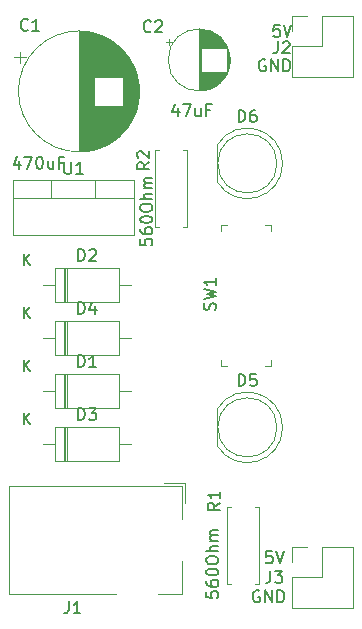
<source format=gto>
%TF.GenerationSoftware,KiCad,Pcbnew,(5.1.12)-1*%
%TF.CreationDate,2022-01-26T00:14:16-03:00*%
%TF.ProjectId,BPS,4250532e-6b69-4636-9164-5f7063625858,3*%
%TF.SameCoordinates,Original*%
%TF.FileFunction,Legend,Top*%
%TF.FilePolarity,Positive*%
%FSLAX46Y46*%
G04 Gerber Fmt 4.6, Leading zero omitted, Abs format (unit mm)*
G04 Created by KiCad (PCBNEW (5.1.12)-1) date 2022-01-26 00:14:16*
%MOMM*%
%LPD*%
G01*
G04 APERTURE LIST*
%ADD10C,0.150000*%
%ADD11C,0.120000*%
%ADD12C,0.100000*%
G04 APERTURE END LIST*
D10*
X130770380Y-151328142D02*
X130770380Y-151804333D01*
X131246571Y-151851952D01*
X131198952Y-151804333D01*
X131151333Y-151709095D01*
X131151333Y-151471000D01*
X131198952Y-151375761D01*
X131246571Y-151328142D01*
X131341809Y-151280523D01*
X131579904Y-151280523D01*
X131675142Y-151328142D01*
X131722761Y-151375761D01*
X131770380Y-151471000D01*
X131770380Y-151709095D01*
X131722761Y-151804333D01*
X131675142Y-151851952D01*
X130770380Y-150423380D02*
X130770380Y-150613857D01*
X130818000Y-150709095D01*
X130865619Y-150756714D01*
X131008476Y-150851952D01*
X131198952Y-150899571D01*
X131579904Y-150899571D01*
X131675142Y-150851952D01*
X131722761Y-150804333D01*
X131770380Y-150709095D01*
X131770380Y-150518619D01*
X131722761Y-150423380D01*
X131675142Y-150375761D01*
X131579904Y-150328142D01*
X131341809Y-150328142D01*
X131246571Y-150375761D01*
X131198952Y-150423380D01*
X131151333Y-150518619D01*
X131151333Y-150709095D01*
X131198952Y-150804333D01*
X131246571Y-150851952D01*
X131341809Y-150899571D01*
X130770380Y-149709095D02*
X130770380Y-149613857D01*
X130818000Y-149518619D01*
X130865619Y-149471000D01*
X130960857Y-149423380D01*
X131151333Y-149375761D01*
X131389428Y-149375761D01*
X131579904Y-149423380D01*
X131675142Y-149471000D01*
X131722761Y-149518619D01*
X131770380Y-149613857D01*
X131770380Y-149709095D01*
X131722761Y-149804333D01*
X131675142Y-149851952D01*
X131579904Y-149899571D01*
X131389428Y-149947190D01*
X131151333Y-149947190D01*
X130960857Y-149899571D01*
X130865619Y-149851952D01*
X130818000Y-149804333D01*
X130770380Y-149709095D01*
X130770380Y-148756714D02*
X130770380Y-148566238D01*
X130818000Y-148471000D01*
X130913238Y-148375761D01*
X131103714Y-148328142D01*
X131437047Y-148328142D01*
X131627523Y-148375761D01*
X131722761Y-148471000D01*
X131770380Y-148566238D01*
X131770380Y-148756714D01*
X131722761Y-148851952D01*
X131627523Y-148947190D01*
X131437047Y-148994809D01*
X131103714Y-148994809D01*
X130913238Y-148947190D01*
X130818000Y-148851952D01*
X130770380Y-148756714D01*
X131770380Y-147899571D02*
X130770380Y-147899571D01*
X131770380Y-147471000D02*
X131246571Y-147471000D01*
X131151333Y-147518619D01*
X131103714Y-147613857D01*
X131103714Y-147756714D01*
X131151333Y-147851952D01*
X131198952Y-147899571D01*
X131770380Y-146994809D02*
X131103714Y-146994809D01*
X131198952Y-146994809D02*
X131151333Y-146947190D01*
X131103714Y-146851952D01*
X131103714Y-146709095D01*
X131151333Y-146613857D01*
X131246571Y-146566238D01*
X131770380Y-146566238D01*
X131246571Y-146566238D02*
X131151333Y-146518619D01*
X131103714Y-146423380D01*
X131103714Y-146280523D01*
X131151333Y-146185285D01*
X131246571Y-146137666D01*
X131770380Y-146137666D01*
X125182380Y-121483142D02*
X125182380Y-121959333D01*
X125658571Y-122006952D01*
X125610952Y-121959333D01*
X125563333Y-121864095D01*
X125563333Y-121626000D01*
X125610952Y-121530761D01*
X125658571Y-121483142D01*
X125753809Y-121435523D01*
X125991904Y-121435523D01*
X126087142Y-121483142D01*
X126134761Y-121530761D01*
X126182380Y-121626000D01*
X126182380Y-121864095D01*
X126134761Y-121959333D01*
X126087142Y-122006952D01*
X125182380Y-120578380D02*
X125182380Y-120768857D01*
X125230000Y-120864095D01*
X125277619Y-120911714D01*
X125420476Y-121006952D01*
X125610952Y-121054571D01*
X125991904Y-121054571D01*
X126087142Y-121006952D01*
X126134761Y-120959333D01*
X126182380Y-120864095D01*
X126182380Y-120673619D01*
X126134761Y-120578380D01*
X126087142Y-120530761D01*
X125991904Y-120483142D01*
X125753809Y-120483142D01*
X125658571Y-120530761D01*
X125610952Y-120578380D01*
X125563333Y-120673619D01*
X125563333Y-120864095D01*
X125610952Y-120959333D01*
X125658571Y-121006952D01*
X125753809Y-121054571D01*
X125182380Y-119864095D02*
X125182380Y-119768857D01*
X125230000Y-119673619D01*
X125277619Y-119626000D01*
X125372857Y-119578380D01*
X125563333Y-119530761D01*
X125801428Y-119530761D01*
X125991904Y-119578380D01*
X126087142Y-119626000D01*
X126134761Y-119673619D01*
X126182380Y-119768857D01*
X126182380Y-119864095D01*
X126134761Y-119959333D01*
X126087142Y-120006952D01*
X125991904Y-120054571D01*
X125801428Y-120102190D01*
X125563333Y-120102190D01*
X125372857Y-120054571D01*
X125277619Y-120006952D01*
X125230000Y-119959333D01*
X125182380Y-119864095D01*
X125182380Y-118911714D02*
X125182380Y-118721238D01*
X125230000Y-118626000D01*
X125325238Y-118530761D01*
X125515714Y-118483142D01*
X125849047Y-118483142D01*
X126039523Y-118530761D01*
X126134761Y-118626000D01*
X126182380Y-118721238D01*
X126182380Y-118911714D01*
X126134761Y-119006952D01*
X126039523Y-119102190D01*
X125849047Y-119149809D01*
X125515714Y-119149809D01*
X125325238Y-119102190D01*
X125230000Y-119006952D01*
X125182380Y-118911714D01*
X126182380Y-118054571D02*
X125182380Y-118054571D01*
X126182380Y-117626000D02*
X125658571Y-117626000D01*
X125563333Y-117673619D01*
X125515714Y-117768857D01*
X125515714Y-117911714D01*
X125563333Y-118006952D01*
X125610952Y-118054571D01*
X126182380Y-117149809D02*
X125515714Y-117149809D01*
X125610952Y-117149809D02*
X125563333Y-117102190D01*
X125515714Y-117006952D01*
X125515714Y-116864095D01*
X125563333Y-116768857D01*
X125658571Y-116721238D01*
X126182380Y-116721238D01*
X125658571Y-116721238D02*
X125563333Y-116673619D01*
X125515714Y-116578380D01*
X125515714Y-116435523D01*
X125563333Y-116340285D01*
X125658571Y-116292666D01*
X126182380Y-116292666D01*
X128373333Y-110402714D02*
X128373333Y-111069380D01*
X128135238Y-110021761D02*
X127897142Y-110736047D01*
X128516190Y-110736047D01*
X128801904Y-110069380D02*
X129468571Y-110069380D01*
X129040000Y-111069380D01*
X130278095Y-110402714D02*
X130278095Y-111069380D01*
X129849523Y-110402714D02*
X129849523Y-110926523D01*
X129897142Y-111021761D01*
X129992380Y-111069380D01*
X130135238Y-111069380D01*
X130230476Y-111021761D01*
X130278095Y-110974142D01*
X131087619Y-110545571D02*
X130754285Y-110545571D01*
X130754285Y-111069380D02*
X130754285Y-110069380D01*
X131230476Y-110069380D01*
X114943142Y-114847714D02*
X114943142Y-115514380D01*
X114705047Y-114466761D02*
X114466952Y-115181047D01*
X115086000Y-115181047D01*
X115371714Y-114514380D02*
X116038380Y-114514380D01*
X115609809Y-115514380D01*
X116609809Y-114514380D02*
X116705047Y-114514380D01*
X116800285Y-114562000D01*
X116847904Y-114609619D01*
X116895523Y-114704857D01*
X116943142Y-114895333D01*
X116943142Y-115133428D01*
X116895523Y-115323904D01*
X116847904Y-115419142D01*
X116800285Y-115466761D01*
X116705047Y-115514380D01*
X116609809Y-115514380D01*
X116514571Y-115466761D01*
X116466952Y-115419142D01*
X116419333Y-115323904D01*
X116371714Y-115133428D01*
X116371714Y-114895333D01*
X116419333Y-114704857D01*
X116466952Y-114609619D01*
X116514571Y-114562000D01*
X116609809Y-114514380D01*
X117800285Y-114847714D02*
X117800285Y-115514380D01*
X117371714Y-114847714D02*
X117371714Y-115371523D01*
X117419333Y-115466761D01*
X117514571Y-115514380D01*
X117657428Y-115514380D01*
X117752666Y-115466761D01*
X117800285Y-115419142D01*
X118609809Y-114990571D02*
X118276476Y-114990571D01*
X118276476Y-115514380D02*
X118276476Y-114514380D01*
X118752666Y-114514380D01*
X135255095Y-151265000D02*
X135159857Y-151217380D01*
X135017000Y-151217380D01*
X134874142Y-151265000D01*
X134778904Y-151360238D01*
X134731285Y-151455476D01*
X134683666Y-151645952D01*
X134683666Y-151788809D01*
X134731285Y-151979285D01*
X134778904Y-152074523D01*
X134874142Y-152169761D01*
X135017000Y-152217380D01*
X135112238Y-152217380D01*
X135255095Y-152169761D01*
X135302714Y-152122142D01*
X135302714Y-151788809D01*
X135112238Y-151788809D01*
X135731285Y-152217380D02*
X135731285Y-151217380D01*
X136302714Y-152217380D01*
X136302714Y-151217380D01*
X136778904Y-152217380D02*
X136778904Y-151217380D01*
X137017000Y-151217380D01*
X137159857Y-151265000D01*
X137255095Y-151360238D01*
X137302714Y-151455476D01*
X137350333Y-151645952D01*
X137350333Y-151788809D01*
X137302714Y-151979285D01*
X137255095Y-152074523D01*
X137159857Y-152169761D01*
X137017000Y-152217380D01*
X136778904Y-152217380D01*
X135763095Y-106307000D02*
X135667857Y-106259380D01*
X135525000Y-106259380D01*
X135382142Y-106307000D01*
X135286904Y-106402238D01*
X135239285Y-106497476D01*
X135191666Y-106687952D01*
X135191666Y-106830809D01*
X135239285Y-107021285D01*
X135286904Y-107116523D01*
X135382142Y-107211761D01*
X135525000Y-107259380D01*
X135620238Y-107259380D01*
X135763095Y-107211761D01*
X135810714Y-107164142D01*
X135810714Y-106830809D01*
X135620238Y-106830809D01*
X136239285Y-107259380D02*
X136239285Y-106259380D01*
X136810714Y-107259380D01*
X136810714Y-106259380D01*
X137286904Y-107259380D02*
X137286904Y-106259380D01*
X137525000Y-106259380D01*
X137667857Y-106307000D01*
X137763095Y-106402238D01*
X137810714Y-106497476D01*
X137858333Y-106687952D01*
X137858333Y-106830809D01*
X137810714Y-107021285D01*
X137763095Y-107116523D01*
X137667857Y-107211761D01*
X137525000Y-107259380D01*
X137286904Y-107259380D01*
X136969523Y-103338380D02*
X136493333Y-103338380D01*
X136445714Y-103814571D01*
X136493333Y-103766952D01*
X136588571Y-103719333D01*
X136826666Y-103719333D01*
X136921904Y-103766952D01*
X136969523Y-103814571D01*
X137017142Y-103909809D01*
X137017142Y-104147904D01*
X136969523Y-104243142D01*
X136921904Y-104290761D01*
X136826666Y-104338380D01*
X136588571Y-104338380D01*
X136493333Y-104290761D01*
X136445714Y-104243142D01*
X137302857Y-103338380D02*
X137636190Y-104338380D01*
X137969523Y-103338380D01*
X136334523Y-147915380D02*
X135858333Y-147915380D01*
X135810714Y-148391571D01*
X135858333Y-148343952D01*
X135953571Y-148296333D01*
X136191666Y-148296333D01*
X136286904Y-148343952D01*
X136334523Y-148391571D01*
X136382142Y-148486809D01*
X136382142Y-148724904D01*
X136334523Y-148820142D01*
X136286904Y-148867761D01*
X136191666Y-148915380D01*
X135953571Y-148915380D01*
X135858333Y-148867761D01*
X135810714Y-148820142D01*
X136667857Y-147915380D02*
X137001190Y-148915380D01*
X137334523Y-147915380D01*
D11*
%TO.C,C1*%
X125095000Y-108966000D02*
G75*
G03*
X125095000Y-108966000I-5120000J0D01*
G01*
X119975000Y-103886000D02*
X119975000Y-114046000D01*
X120015000Y-103886000D02*
X120015000Y-114046000D01*
X120055000Y-103886000D02*
X120055000Y-114046000D01*
X120095000Y-103887000D02*
X120095000Y-114045000D01*
X120135000Y-103888000D02*
X120135000Y-114044000D01*
X120175000Y-103889000D02*
X120175000Y-114043000D01*
X120215000Y-103891000D02*
X120215000Y-114041000D01*
X120255000Y-103893000D02*
X120255000Y-114039000D01*
X120295000Y-103896000D02*
X120295000Y-114036000D01*
X120335000Y-103898000D02*
X120335000Y-114034000D01*
X120375000Y-103901000D02*
X120375000Y-114031000D01*
X120415000Y-103904000D02*
X120415000Y-114028000D01*
X120455000Y-103908000D02*
X120455000Y-114024000D01*
X120495000Y-103912000D02*
X120495000Y-114020000D01*
X120535000Y-103916000D02*
X120535000Y-114016000D01*
X120575000Y-103921000D02*
X120575000Y-114011000D01*
X120615000Y-103926000D02*
X120615000Y-114006000D01*
X120655000Y-103931000D02*
X120655000Y-114001000D01*
X120696000Y-103936000D02*
X120696000Y-113996000D01*
X120736000Y-103942000D02*
X120736000Y-113990000D01*
X120776000Y-103948000D02*
X120776000Y-113984000D01*
X120816000Y-103955000D02*
X120816000Y-113977000D01*
X120856000Y-103962000D02*
X120856000Y-113970000D01*
X120896000Y-103969000D02*
X120896000Y-113963000D01*
X120936000Y-103976000D02*
X120936000Y-113956000D01*
X120976000Y-103984000D02*
X120976000Y-113948000D01*
X121016000Y-103992000D02*
X121016000Y-113940000D01*
X121056000Y-104001000D02*
X121056000Y-113931000D01*
X121096000Y-104010000D02*
X121096000Y-113922000D01*
X121136000Y-104019000D02*
X121136000Y-113913000D01*
X121176000Y-104028000D02*
X121176000Y-113904000D01*
X121216000Y-104038000D02*
X121216000Y-113894000D01*
X121256000Y-104048000D02*
X121256000Y-107725000D01*
X121256000Y-110207000D02*
X121256000Y-113884000D01*
X121296000Y-104059000D02*
X121296000Y-107725000D01*
X121296000Y-110207000D02*
X121296000Y-113873000D01*
X121336000Y-104069000D02*
X121336000Y-107725000D01*
X121336000Y-110207000D02*
X121336000Y-113863000D01*
X121376000Y-104081000D02*
X121376000Y-107725000D01*
X121376000Y-110207000D02*
X121376000Y-113851000D01*
X121416000Y-104092000D02*
X121416000Y-107725000D01*
X121416000Y-110207000D02*
X121416000Y-113840000D01*
X121456000Y-104104000D02*
X121456000Y-107725000D01*
X121456000Y-110207000D02*
X121456000Y-113828000D01*
X121496000Y-104116000D02*
X121496000Y-107725000D01*
X121496000Y-110207000D02*
X121496000Y-113816000D01*
X121536000Y-104129000D02*
X121536000Y-107725000D01*
X121536000Y-110207000D02*
X121536000Y-113803000D01*
X121576000Y-104142000D02*
X121576000Y-107725000D01*
X121576000Y-110207000D02*
X121576000Y-113790000D01*
X121616000Y-104155000D02*
X121616000Y-107725000D01*
X121616000Y-110207000D02*
X121616000Y-113777000D01*
X121656000Y-104169000D02*
X121656000Y-107725000D01*
X121656000Y-110207000D02*
X121656000Y-113763000D01*
X121696000Y-104183000D02*
X121696000Y-107725000D01*
X121696000Y-110207000D02*
X121696000Y-113749000D01*
X121736000Y-104198000D02*
X121736000Y-107725000D01*
X121736000Y-110207000D02*
X121736000Y-113734000D01*
X121776000Y-104212000D02*
X121776000Y-107725000D01*
X121776000Y-110207000D02*
X121776000Y-113720000D01*
X121816000Y-104228000D02*
X121816000Y-107725000D01*
X121816000Y-110207000D02*
X121816000Y-113704000D01*
X121856000Y-104243000D02*
X121856000Y-107725000D01*
X121856000Y-110207000D02*
X121856000Y-113689000D01*
X121896000Y-104259000D02*
X121896000Y-107725000D01*
X121896000Y-110207000D02*
X121896000Y-113673000D01*
X121936000Y-104276000D02*
X121936000Y-107725000D01*
X121936000Y-110207000D02*
X121936000Y-113656000D01*
X121976000Y-104292000D02*
X121976000Y-107725000D01*
X121976000Y-110207000D02*
X121976000Y-113640000D01*
X122016000Y-104309000D02*
X122016000Y-107725000D01*
X122016000Y-110207000D02*
X122016000Y-113623000D01*
X122056000Y-104327000D02*
X122056000Y-107725000D01*
X122056000Y-110207000D02*
X122056000Y-113605000D01*
X122096000Y-104345000D02*
X122096000Y-107725000D01*
X122096000Y-110207000D02*
X122096000Y-113587000D01*
X122136000Y-104363000D02*
X122136000Y-107725000D01*
X122136000Y-110207000D02*
X122136000Y-113569000D01*
X122176000Y-104382000D02*
X122176000Y-107725000D01*
X122176000Y-110207000D02*
X122176000Y-113550000D01*
X122216000Y-104402000D02*
X122216000Y-107725000D01*
X122216000Y-110207000D02*
X122216000Y-113530000D01*
X122256000Y-104421000D02*
X122256000Y-107725000D01*
X122256000Y-110207000D02*
X122256000Y-113511000D01*
X122296000Y-104441000D02*
X122296000Y-107725000D01*
X122296000Y-110207000D02*
X122296000Y-113491000D01*
X122336000Y-104462000D02*
X122336000Y-107725000D01*
X122336000Y-110207000D02*
X122336000Y-113470000D01*
X122376000Y-104483000D02*
X122376000Y-107725000D01*
X122376000Y-110207000D02*
X122376000Y-113449000D01*
X122416000Y-104504000D02*
X122416000Y-107725000D01*
X122416000Y-110207000D02*
X122416000Y-113428000D01*
X122456000Y-104526000D02*
X122456000Y-107725000D01*
X122456000Y-110207000D02*
X122456000Y-113406000D01*
X122496000Y-104549000D02*
X122496000Y-107725000D01*
X122496000Y-110207000D02*
X122496000Y-113383000D01*
X122536000Y-104571000D02*
X122536000Y-107725000D01*
X122536000Y-110207000D02*
X122536000Y-113361000D01*
X122576000Y-104595000D02*
X122576000Y-107725000D01*
X122576000Y-110207000D02*
X122576000Y-113337000D01*
X122616000Y-104619000D02*
X122616000Y-107725000D01*
X122616000Y-110207000D02*
X122616000Y-113313000D01*
X122656000Y-104643000D02*
X122656000Y-107725000D01*
X122656000Y-110207000D02*
X122656000Y-113289000D01*
X122696000Y-104668000D02*
X122696000Y-107725000D01*
X122696000Y-110207000D02*
X122696000Y-113264000D01*
X122736000Y-104693000D02*
X122736000Y-107725000D01*
X122736000Y-110207000D02*
X122736000Y-113239000D01*
X122776000Y-104719000D02*
X122776000Y-107725000D01*
X122776000Y-110207000D02*
X122776000Y-113213000D01*
X122816000Y-104745000D02*
X122816000Y-107725000D01*
X122816000Y-110207000D02*
X122816000Y-113187000D01*
X122856000Y-104772000D02*
X122856000Y-107725000D01*
X122856000Y-110207000D02*
X122856000Y-113160000D01*
X122896000Y-104800000D02*
X122896000Y-107725000D01*
X122896000Y-110207000D02*
X122896000Y-113132000D01*
X122936000Y-104828000D02*
X122936000Y-107725000D01*
X122936000Y-110207000D02*
X122936000Y-113104000D01*
X122976000Y-104856000D02*
X122976000Y-107725000D01*
X122976000Y-110207000D02*
X122976000Y-113076000D01*
X123016000Y-104886000D02*
X123016000Y-107725000D01*
X123016000Y-110207000D02*
X123016000Y-113046000D01*
X123056000Y-104916000D02*
X123056000Y-107725000D01*
X123056000Y-110207000D02*
X123056000Y-113016000D01*
X123096000Y-104946000D02*
X123096000Y-107725000D01*
X123096000Y-110207000D02*
X123096000Y-112986000D01*
X123136000Y-104977000D02*
X123136000Y-107725000D01*
X123136000Y-110207000D02*
X123136000Y-112955000D01*
X123176000Y-105009000D02*
X123176000Y-107725000D01*
X123176000Y-110207000D02*
X123176000Y-112923000D01*
X123216000Y-105041000D02*
X123216000Y-107725000D01*
X123216000Y-110207000D02*
X123216000Y-112891000D01*
X123256000Y-105074000D02*
X123256000Y-107725000D01*
X123256000Y-110207000D02*
X123256000Y-112858000D01*
X123296000Y-105108000D02*
X123296000Y-107725000D01*
X123296000Y-110207000D02*
X123296000Y-112824000D01*
X123336000Y-105142000D02*
X123336000Y-107725000D01*
X123336000Y-110207000D02*
X123336000Y-112790000D01*
X123376000Y-105177000D02*
X123376000Y-107725000D01*
X123376000Y-110207000D02*
X123376000Y-112755000D01*
X123416000Y-105213000D02*
X123416000Y-107725000D01*
X123416000Y-110207000D02*
X123416000Y-112719000D01*
X123456000Y-105250000D02*
X123456000Y-107725000D01*
X123456000Y-110207000D02*
X123456000Y-112682000D01*
X123496000Y-105287000D02*
X123496000Y-107725000D01*
X123496000Y-110207000D02*
X123496000Y-112645000D01*
X123536000Y-105326000D02*
X123536000Y-107725000D01*
X123536000Y-110207000D02*
X123536000Y-112606000D01*
X123576000Y-105365000D02*
X123576000Y-107725000D01*
X123576000Y-110207000D02*
X123576000Y-112567000D01*
X123616000Y-105405000D02*
X123616000Y-107725000D01*
X123616000Y-110207000D02*
X123616000Y-112527000D01*
X123656000Y-105446000D02*
X123656000Y-107725000D01*
X123656000Y-110207000D02*
X123656000Y-112486000D01*
X123696000Y-105488000D02*
X123696000Y-107725000D01*
X123696000Y-110207000D02*
X123696000Y-112444000D01*
X123736000Y-105530000D02*
X123736000Y-112402000D01*
X123776000Y-105574000D02*
X123776000Y-112358000D01*
X123816000Y-105619000D02*
X123816000Y-112313000D01*
X123856000Y-105665000D02*
X123856000Y-112267000D01*
X123896000Y-105712000D02*
X123896000Y-112220000D01*
X123936000Y-105760000D02*
X123936000Y-112172000D01*
X123976000Y-105810000D02*
X123976000Y-112122000D01*
X124016000Y-105860000D02*
X124016000Y-112072000D01*
X124056000Y-105912000D02*
X124056000Y-112020000D01*
X124096000Y-105966000D02*
X124096000Y-111966000D01*
X124136000Y-106021000D02*
X124136000Y-111911000D01*
X124176000Y-106077000D02*
X124176000Y-111855000D01*
X124216000Y-106136000D02*
X124216000Y-111796000D01*
X124256000Y-106196000D02*
X124256000Y-111736000D01*
X124296000Y-106257000D02*
X124296000Y-111675000D01*
X124336000Y-106321000D02*
X124336000Y-111611000D01*
X124376000Y-106387000D02*
X124376000Y-111545000D01*
X124416000Y-106456000D02*
X124416000Y-111476000D01*
X124456000Y-106527000D02*
X124456000Y-111405000D01*
X124496000Y-106601000D02*
X124496000Y-111331000D01*
X124536000Y-106677000D02*
X124536000Y-111255000D01*
X124576000Y-106757000D02*
X124576000Y-111175000D01*
X124616000Y-106841000D02*
X124616000Y-111091000D01*
X124656000Y-106929000D02*
X124656000Y-111003000D01*
X124696000Y-107022000D02*
X124696000Y-110910000D01*
X124736000Y-107120000D02*
X124736000Y-110812000D01*
X124776000Y-107224000D02*
X124776000Y-110708000D01*
X124816000Y-107336000D02*
X124816000Y-110596000D01*
X124856000Y-107456000D02*
X124856000Y-110476000D01*
X124896000Y-107588000D02*
X124896000Y-110344000D01*
X124936000Y-107736000D02*
X124936000Y-110196000D01*
X124976000Y-107904000D02*
X124976000Y-110028000D01*
X125016000Y-108104000D02*
X125016000Y-109828000D01*
X125056000Y-108367000D02*
X125056000Y-109565000D01*
X114495354Y-106091000D02*
X115495354Y-106091000D01*
X114995354Y-105591000D02*
X114995354Y-106591000D01*
%TO.C,C2*%
X132775000Y-106299000D02*
G75*
G03*
X132775000Y-106299000I-2620000J0D01*
G01*
X130155000Y-103719000D02*
X130155000Y-108879000D01*
X130195000Y-103719000D02*
X130195000Y-108879000D01*
X130235000Y-103720000D02*
X130235000Y-108878000D01*
X130275000Y-103721000D02*
X130275000Y-108877000D01*
X130315000Y-103723000D02*
X130315000Y-108875000D01*
X130355000Y-103726000D02*
X130355000Y-108872000D01*
X130395000Y-103730000D02*
X130395000Y-105259000D01*
X130395000Y-107339000D02*
X130395000Y-108868000D01*
X130435000Y-103734000D02*
X130435000Y-105259000D01*
X130435000Y-107339000D02*
X130435000Y-108864000D01*
X130475000Y-103738000D02*
X130475000Y-105259000D01*
X130475000Y-107339000D02*
X130475000Y-108860000D01*
X130515000Y-103743000D02*
X130515000Y-105259000D01*
X130515000Y-107339000D02*
X130515000Y-108855000D01*
X130555000Y-103749000D02*
X130555000Y-105259000D01*
X130555000Y-107339000D02*
X130555000Y-108849000D01*
X130595000Y-103756000D02*
X130595000Y-105259000D01*
X130595000Y-107339000D02*
X130595000Y-108842000D01*
X130635000Y-103763000D02*
X130635000Y-105259000D01*
X130635000Y-107339000D02*
X130635000Y-108835000D01*
X130675000Y-103771000D02*
X130675000Y-105259000D01*
X130675000Y-107339000D02*
X130675000Y-108827000D01*
X130715000Y-103779000D02*
X130715000Y-105259000D01*
X130715000Y-107339000D02*
X130715000Y-108819000D01*
X130755000Y-103788000D02*
X130755000Y-105259000D01*
X130755000Y-107339000D02*
X130755000Y-108810000D01*
X130795000Y-103798000D02*
X130795000Y-105259000D01*
X130795000Y-107339000D02*
X130795000Y-108800000D01*
X130835000Y-103808000D02*
X130835000Y-105259000D01*
X130835000Y-107339000D02*
X130835000Y-108790000D01*
X130876000Y-103819000D02*
X130876000Y-105259000D01*
X130876000Y-107339000D02*
X130876000Y-108779000D01*
X130916000Y-103831000D02*
X130916000Y-105259000D01*
X130916000Y-107339000D02*
X130916000Y-108767000D01*
X130956000Y-103844000D02*
X130956000Y-105259000D01*
X130956000Y-107339000D02*
X130956000Y-108754000D01*
X130996000Y-103857000D02*
X130996000Y-105259000D01*
X130996000Y-107339000D02*
X130996000Y-108741000D01*
X131036000Y-103871000D02*
X131036000Y-105259000D01*
X131036000Y-107339000D02*
X131036000Y-108727000D01*
X131076000Y-103885000D02*
X131076000Y-105259000D01*
X131076000Y-107339000D02*
X131076000Y-108713000D01*
X131116000Y-103901000D02*
X131116000Y-105259000D01*
X131116000Y-107339000D02*
X131116000Y-108697000D01*
X131156000Y-103917000D02*
X131156000Y-105259000D01*
X131156000Y-107339000D02*
X131156000Y-108681000D01*
X131196000Y-103934000D02*
X131196000Y-105259000D01*
X131196000Y-107339000D02*
X131196000Y-108664000D01*
X131236000Y-103951000D02*
X131236000Y-105259000D01*
X131236000Y-107339000D02*
X131236000Y-108647000D01*
X131276000Y-103970000D02*
X131276000Y-105259000D01*
X131276000Y-107339000D02*
X131276000Y-108628000D01*
X131316000Y-103989000D02*
X131316000Y-105259000D01*
X131316000Y-107339000D02*
X131316000Y-108609000D01*
X131356000Y-104009000D02*
X131356000Y-105259000D01*
X131356000Y-107339000D02*
X131356000Y-108589000D01*
X131396000Y-104031000D02*
X131396000Y-105259000D01*
X131396000Y-107339000D02*
X131396000Y-108567000D01*
X131436000Y-104052000D02*
X131436000Y-105259000D01*
X131436000Y-107339000D02*
X131436000Y-108546000D01*
X131476000Y-104075000D02*
X131476000Y-105259000D01*
X131476000Y-107339000D02*
X131476000Y-108523000D01*
X131516000Y-104099000D02*
X131516000Y-105259000D01*
X131516000Y-107339000D02*
X131516000Y-108499000D01*
X131556000Y-104124000D02*
X131556000Y-105259000D01*
X131556000Y-107339000D02*
X131556000Y-108474000D01*
X131596000Y-104150000D02*
X131596000Y-105259000D01*
X131596000Y-107339000D02*
X131596000Y-108448000D01*
X131636000Y-104177000D02*
X131636000Y-105259000D01*
X131636000Y-107339000D02*
X131636000Y-108421000D01*
X131676000Y-104204000D02*
X131676000Y-105259000D01*
X131676000Y-107339000D02*
X131676000Y-108394000D01*
X131716000Y-104234000D02*
X131716000Y-105259000D01*
X131716000Y-107339000D02*
X131716000Y-108364000D01*
X131756000Y-104264000D02*
X131756000Y-105259000D01*
X131756000Y-107339000D02*
X131756000Y-108334000D01*
X131796000Y-104295000D02*
X131796000Y-105259000D01*
X131796000Y-107339000D02*
X131796000Y-108303000D01*
X131836000Y-104328000D02*
X131836000Y-105259000D01*
X131836000Y-107339000D02*
X131836000Y-108270000D01*
X131876000Y-104362000D02*
X131876000Y-105259000D01*
X131876000Y-107339000D02*
X131876000Y-108236000D01*
X131916000Y-104398000D02*
X131916000Y-105259000D01*
X131916000Y-107339000D02*
X131916000Y-108200000D01*
X131956000Y-104435000D02*
X131956000Y-105259000D01*
X131956000Y-107339000D02*
X131956000Y-108163000D01*
X131996000Y-104473000D02*
X131996000Y-105259000D01*
X131996000Y-107339000D02*
X131996000Y-108125000D01*
X132036000Y-104514000D02*
X132036000Y-105259000D01*
X132036000Y-107339000D02*
X132036000Y-108084000D01*
X132076000Y-104556000D02*
X132076000Y-105259000D01*
X132076000Y-107339000D02*
X132076000Y-108042000D01*
X132116000Y-104600000D02*
X132116000Y-105259000D01*
X132116000Y-107339000D02*
X132116000Y-107998000D01*
X132156000Y-104646000D02*
X132156000Y-105259000D01*
X132156000Y-107339000D02*
X132156000Y-107952000D01*
X132196000Y-104694000D02*
X132196000Y-105259000D01*
X132196000Y-107339000D02*
X132196000Y-107904000D01*
X132236000Y-104745000D02*
X132236000Y-105259000D01*
X132236000Y-107339000D02*
X132236000Y-107853000D01*
X132276000Y-104799000D02*
X132276000Y-105259000D01*
X132276000Y-107339000D02*
X132276000Y-107799000D01*
X132316000Y-104856000D02*
X132316000Y-105259000D01*
X132316000Y-107339000D02*
X132316000Y-107742000D01*
X132356000Y-104916000D02*
X132356000Y-105259000D01*
X132356000Y-107339000D02*
X132356000Y-107682000D01*
X132396000Y-104980000D02*
X132396000Y-105259000D01*
X132396000Y-107339000D02*
X132396000Y-107618000D01*
X132436000Y-105048000D02*
X132436000Y-105259000D01*
X132436000Y-107339000D02*
X132436000Y-107550000D01*
X132476000Y-105121000D02*
X132476000Y-107477000D01*
X132516000Y-105201000D02*
X132516000Y-107397000D01*
X132556000Y-105288000D02*
X132556000Y-107310000D01*
X132596000Y-105384000D02*
X132596000Y-107214000D01*
X132636000Y-105494000D02*
X132636000Y-107104000D01*
X132676000Y-105622000D02*
X132676000Y-106976000D01*
X132716000Y-105781000D02*
X132716000Y-106817000D01*
X132756000Y-106015000D02*
X132756000Y-106583000D01*
X127350225Y-104824000D02*
X127850225Y-104824000D01*
X127600225Y-104574000D02*
X127600225Y-105074000D01*
%TO.C,D1*%
X117930000Y-132853666D02*
X117930000Y-135793666D01*
X117930000Y-135793666D02*
X123370000Y-135793666D01*
X123370000Y-135793666D02*
X123370000Y-132853666D01*
X123370000Y-132853666D02*
X117930000Y-132853666D01*
X116910000Y-134323666D02*
X117930000Y-134323666D01*
X124390000Y-134323666D02*
X123370000Y-134323666D01*
X118830000Y-132853666D02*
X118830000Y-135793666D01*
X118950000Y-132853666D02*
X118950000Y-135793666D01*
X118710000Y-132853666D02*
X118710000Y-135793666D01*
%TO.C,D2*%
X117930000Y-123879000D02*
X117930000Y-126819000D01*
X117930000Y-126819000D02*
X123370000Y-126819000D01*
X123370000Y-126819000D02*
X123370000Y-123879000D01*
X123370000Y-123879000D02*
X117930000Y-123879000D01*
X116910000Y-125349000D02*
X117930000Y-125349000D01*
X124390000Y-125349000D02*
X123370000Y-125349000D01*
X118830000Y-123879000D02*
X118830000Y-126819000D01*
X118950000Y-123879000D02*
X118950000Y-126819000D01*
X118710000Y-123879000D02*
X118710000Y-126819000D01*
%TO.C,D3*%
X118710000Y-137341000D02*
X118710000Y-140281000D01*
X118950000Y-137341000D02*
X118950000Y-140281000D01*
X118830000Y-137341000D02*
X118830000Y-140281000D01*
X124390000Y-138811000D02*
X123370000Y-138811000D01*
X116910000Y-138811000D02*
X117930000Y-138811000D01*
X123370000Y-137341000D02*
X117930000Y-137341000D01*
X123370000Y-140281000D02*
X123370000Y-137341000D01*
X117930000Y-140281000D02*
X123370000Y-140281000D01*
X117930000Y-137341000D02*
X117930000Y-140281000D01*
%TO.C,D4*%
X118710000Y-128366333D02*
X118710000Y-131306333D01*
X118950000Y-128366333D02*
X118950000Y-131306333D01*
X118830000Y-128366333D02*
X118830000Y-131306333D01*
X124390000Y-129836333D02*
X123370000Y-129836333D01*
X116910000Y-129836333D02*
X117930000Y-129836333D01*
X123370000Y-128366333D02*
X117930000Y-128366333D01*
X123370000Y-131306333D02*
X123370000Y-128366333D01*
X117930000Y-131306333D02*
X123370000Y-131306333D01*
X117930000Y-128366333D02*
X117930000Y-131306333D01*
%TO.C,D5*%
X136739000Y-137414000D02*
G75*
G03*
X136739000Y-137414000I-2500000J0D01*
G01*
X131679000Y-135869000D02*
X131679000Y-138959000D01*
X137229000Y-137414462D02*
G75*
G03*
X131679000Y-135869170I-2990000J462D01*
G01*
X137229000Y-137413538D02*
G75*
G02*
X131679000Y-138958830I-2990000J-462D01*
G01*
%TO.C,D6*%
X131679000Y-113517000D02*
X131679000Y-116607000D01*
X136739000Y-115062000D02*
G75*
G03*
X136739000Y-115062000I-2500000J0D01*
G01*
X137229000Y-115061538D02*
G75*
G02*
X131679000Y-116606830I-2990000J-462D01*
G01*
X137229000Y-115062462D02*
G75*
G03*
X131679000Y-113517170I-2990000J462D01*
G01*
%TO.C,J1*%
X123089000Y-151539000D02*
X114089000Y-151539000D01*
X114089000Y-151539000D02*
X114089000Y-142339000D01*
X114089000Y-142339000D02*
X128689000Y-142339000D01*
X128689000Y-142339000D02*
X128689000Y-145139000D01*
X128689000Y-148739000D02*
X128689000Y-151539000D01*
X128689000Y-151539000D02*
X126689000Y-151539000D01*
X127189000Y-142099000D02*
X128929000Y-142099000D01*
X128929000Y-142099000D02*
X128929000Y-143839000D01*
%TO.C,J2*%
X137989000Y-107754000D02*
X143189000Y-107754000D01*
X137989000Y-105154000D02*
X137989000Y-107754000D01*
X143189000Y-102554000D02*
X143189000Y-107754000D01*
X137989000Y-105154000D02*
X140589000Y-105154000D01*
X140589000Y-105154000D02*
X140589000Y-102554000D01*
X140589000Y-102554000D02*
X143189000Y-102554000D01*
X137989000Y-103884000D02*
X137989000Y-102554000D01*
X137989000Y-102554000D02*
X139319000Y-102554000D01*
%TO.C,J3*%
X137989000Y-147514000D02*
X139319000Y-147514000D01*
X137989000Y-148844000D02*
X137989000Y-147514000D01*
X140589000Y-147514000D02*
X143189000Y-147514000D01*
X140589000Y-150114000D02*
X140589000Y-147514000D01*
X137989000Y-150114000D02*
X140589000Y-150114000D01*
X143189000Y-147514000D02*
X143189000Y-152714000D01*
X137989000Y-150114000D02*
X137989000Y-152714000D01*
X137989000Y-152714000D02*
X143189000Y-152714000D01*
%TO.C,R1*%
X132818000Y-150717000D02*
X132488000Y-150717000D01*
X132488000Y-150717000D02*
X132488000Y-144177000D01*
X132488000Y-144177000D02*
X132818000Y-144177000D01*
X134898000Y-150717000D02*
X135228000Y-150717000D01*
X135228000Y-150717000D02*
X135228000Y-144177000D01*
X135228000Y-144177000D02*
X134898000Y-144177000D01*
%TO.C,R2*%
X129132000Y-113951000D02*
X128802000Y-113951000D01*
X129132000Y-120491000D02*
X129132000Y-113951000D01*
X128802000Y-120491000D02*
X129132000Y-120491000D01*
X126392000Y-113951000D02*
X126722000Y-113951000D01*
X126392000Y-120491000D02*
X126392000Y-113951000D01*
X126722000Y-120491000D02*
X126392000Y-120491000D01*
D12*
%TO.C,SW1*%
X136212000Y-120318000D02*
X136212000Y-120818000D01*
X136212000Y-120318000D02*
X135712000Y-120318000D01*
X136212000Y-132218000D02*
X136212000Y-131718000D01*
X136212000Y-132218000D02*
X135712000Y-132218000D01*
X132012000Y-132218000D02*
X132012000Y-131718000D01*
X132012000Y-132218000D02*
X132512000Y-132218000D01*
X132012000Y-120318000D02*
X132512000Y-120318000D01*
X132012000Y-120318000D02*
X132012000Y-120818000D01*
D11*
%TO.C,U1*%
X114387000Y-116491000D02*
X124627000Y-116491000D01*
X114387000Y-121132000D02*
X124627000Y-121132000D01*
X114387000Y-116491000D02*
X114387000Y-121132000D01*
X124627000Y-116491000D02*
X124627000Y-121132000D01*
X114387000Y-118001000D02*
X124627000Y-118001000D01*
X117657000Y-116491000D02*
X117657000Y-118001000D01*
X121358000Y-116491000D02*
X121358000Y-118001000D01*
%TO.C,C1*%
D10*
X115657333Y-103735142D02*
X115609714Y-103782761D01*
X115466857Y-103830380D01*
X115371619Y-103830380D01*
X115228761Y-103782761D01*
X115133523Y-103687523D01*
X115085904Y-103592285D01*
X115038285Y-103401809D01*
X115038285Y-103258952D01*
X115085904Y-103068476D01*
X115133523Y-102973238D01*
X115228761Y-102878000D01*
X115371619Y-102830380D01*
X115466857Y-102830380D01*
X115609714Y-102878000D01*
X115657333Y-102925619D01*
X116609714Y-103830380D02*
X116038285Y-103830380D01*
X116324000Y-103830380D02*
X116324000Y-102830380D01*
X116228761Y-102973238D01*
X116133523Y-103068476D01*
X116038285Y-103116095D01*
%TO.C,C2*%
X126071333Y-103862142D02*
X126023714Y-103909761D01*
X125880857Y-103957380D01*
X125785619Y-103957380D01*
X125642761Y-103909761D01*
X125547523Y-103814523D01*
X125499904Y-103719285D01*
X125452285Y-103528809D01*
X125452285Y-103385952D01*
X125499904Y-103195476D01*
X125547523Y-103100238D01*
X125642761Y-103005000D01*
X125785619Y-102957380D01*
X125880857Y-102957380D01*
X126023714Y-103005000D01*
X126071333Y-103052619D01*
X126452285Y-103052619D02*
X126499904Y-103005000D01*
X126595142Y-102957380D01*
X126833238Y-102957380D01*
X126928476Y-103005000D01*
X126976095Y-103052619D01*
X127023714Y-103147857D01*
X127023714Y-103243095D01*
X126976095Y-103385952D01*
X126404666Y-103957380D01*
X127023714Y-103957380D01*
%TO.C,D1*%
X119911904Y-132306046D02*
X119911904Y-131306046D01*
X120150000Y-131306046D01*
X120292857Y-131353666D01*
X120388095Y-131448904D01*
X120435714Y-131544142D01*
X120483333Y-131734618D01*
X120483333Y-131877475D01*
X120435714Y-132067951D01*
X120388095Y-132163189D01*
X120292857Y-132258427D01*
X120150000Y-132306046D01*
X119911904Y-132306046D01*
X121435714Y-132306046D02*
X120864285Y-132306046D01*
X121150000Y-132306046D02*
X121150000Y-131306046D01*
X121054761Y-131448904D01*
X120959523Y-131544142D01*
X120864285Y-131591761D01*
X115308095Y-132676046D02*
X115308095Y-131676046D01*
X115879523Y-132676046D02*
X115450952Y-132104618D01*
X115879523Y-131676046D02*
X115308095Y-132247475D01*
%TO.C,D2*%
X119911904Y-123331380D02*
X119911904Y-122331380D01*
X120150000Y-122331380D01*
X120292857Y-122379000D01*
X120388095Y-122474238D01*
X120435714Y-122569476D01*
X120483333Y-122759952D01*
X120483333Y-122902809D01*
X120435714Y-123093285D01*
X120388095Y-123188523D01*
X120292857Y-123283761D01*
X120150000Y-123331380D01*
X119911904Y-123331380D01*
X120864285Y-122426619D02*
X120911904Y-122379000D01*
X121007142Y-122331380D01*
X121245238Y-122331380D01*
X121340476Y-122379000D01*
X121388095Y-122426619D01*
X121435714Y-122521857D01*
X121435714Y-122617095D01*
X121388095Y-122759952D01*
X120816666Y-123331380D01*
X121435714Y-123331380D01*
X115308095Y-123701380D02*
X115308095Y-122701380D01*
X115879523Y-123701380D02*
X115450952Y-123129952D01*
X115879523Y-122701380D02*
X115308095Y-123272809D01*
%TO.C,D3*%
X119911904Y-136793380D02*
X119911904Y-135793380D01*
X120150000Y-135793380D01*
X120292857Y-135841000D01*
X120388095Y-135936238D01*
X120435714Y-136031476D01*
X120483333Y-136221952D01*
X120483333Y-136364809D01*
X120435714Y-136555285D01*
X120388095Y-136650523D01*
X120292857Y-136745761D01*
X120150000Y-136793380D01*
X119911904Y-136793380D01*
X120816666Y-135793380D02*
X121435714Y-135793380D01*
X121102380Y-136174333D01*
X121245238Y-136174333D01*
X121340476Y-136221952D01*
X121388095Y-136269571D01*
X121435714Y-136364809D01*
X121435714Y-136602904D01*
X121388095Y-136698142D01*
X121340476Y-136745761D01*
X121245238Y-136793380D01*
X120959523Y-136793380D01*
X120864285Y-136745761D01*
X120816666Y-136698142D01*
X115308095Y-137163380D02*
X115308095Y-136163380D01*
X115879523Y-137163380D02*
X115450952Y-136591952D01*
X115879523Y-136163380D02*
X115308095Y-136734809D01*
%TO.C,D4*%
X119911904Y-127818713D02*
X119911904Y-126818713D01*
X120150000Y-126818713D01*
X120292857Y-126866333D01*
X120388095Y-126961571D01*
X120435714Y-127056809D01*
X120483333Y-127247285D01*
X120483333Y-127390142D01*
X120435714Y-127580618D01*
X120388095Y-127675856D01*
X120292857Y-127771094D01*
X120150000Y-127818713D01*
X119911904Y-127818713D01*
X121340476Y-127152047D02*
X121340476Y-127818713D01*
X121102380Y-126771094D02*
X120864285Y-127485380D01*
X121483333Y-127485380D01*
X115308095Y-128188713D02*
X115308095Y-127188713D01*
X115879523Y-128188713D02*
X115450952Y-127617285D01*
X115879523Y-127188713D02*
X115308095Y-127760142D01*
%TO.C,D5*%
X133500904Y-133906380D02*
X133500904Y-132906380D01*
X133739000Y-132906380D01*
X133881857Y-132954000D01*
X133977095Y-133049238D01*
X134024714Y-133144476D01*
X134072333Y-133334952D01*
X134072333Y-133477809D01*
X134024714Y-133668285D01*
X133977095Y-133763523D01*
X133881857Y-133858761D01*
X133739000Y-133906380D01*
X133500904Y-133906380D01*
X134977095Y-132906380D02*
X134500904Y-132906380D01*
X134453285Y-133382571D01*
X134500904Y-133334952D01*
X134596142Y-133287333D01*
X134834238Y-133287333D01*
X134929476Y-133334952D01*
X134977095Y-133382571D01*
X135024714Y-133477809D01*
X135024714Y-133715904D01*
X134977095Y-133811142D01*
X134929476Y-133858761D01*
X134834238Y-133906380D01*
X134596142Y-133906380D01*
X134500904Y-133858761D01*
X134453285Y-133811142D01*
%TO.C,D6*%
X133500904Y-111554380D02*
X133500904Y-110554380D01*
X133739000Y-110554380D01*
X133881857Y-110602000D01*
X133977095Y-110697238D01*
X134024714Y-110792476D01*
X134072333Y-110982952D01*
X134072333Y-111125809D01*
X134024714Y-111316285D01*
X133977095Y-111411523D01*
X133881857Y-111506761D01*
X133739000Y-111554380D01*
X133500904Y-111554380D01*
X134929476Y-110554380D02*
X134739000Y-110554380D01*
X134643761Y-110602000D01*
X134596142Y-110649619D01*
X134500904Y-110792476D01*
X134453285Y-110982952D01*
X134453285Y-111363904D01*
X134500904Y-111459142D01*
X134548523Y-111506761D01*
X134643761Y-111554380D01*
X134834238Y-111554380D01*
X134929476Y-111506761D01*
X134977095Y-111459142D01*
X135024714Y-111363904D01*
X135024714Y-111125809D01*
X134977095Y-111030571D01*
X134929476Y-110982952D01*
X134834238Y-110935333D01*
X134643761Y-110935333D01*
X134548523Y-110982952D01*
X134500904Y-111030571D01*
X134453285Y-111125809D01*
%TO.C,J1*%
X119105666Y-152141380D02*
X119105666Y-152855666D01*
X119058047Y-152998523D01*
X118962809Y-153093761D01*
X118819952Y-153141380D01*
X118724714Y-153141380D01*
X120105666Y-153141380D02*
X119534238Y-153141380D01*
X119819952Y-153141380D02*
X119819952Y-152141380D01*
X119724714Y-152284238D01*
X119629476Y-152379476D01*
X119534238Y-152427095D01*
%TO.C,J2*%
X136826666Y-104735380D02*
X136826666Y-105449666D01*
X136779047Y-105592523D01*
X136683809Y-105687761D01*
X136540952Y-105735380D01*
X136445714Y-105735380D01*
X137255238Y-104830619D02*
X137302857Y-104783000D01*
X137398095Y-104735380D01*
X137636190Y-104735380D01*
X137731428Y-104783000D01*
X137779047Y-104830619D01*
X137826666Y-104925857D01*
X137826666Y-105021095D01*
X137779047Y-105163952D01*
X137207619Y-105735380D01*
X137826666Y-105735380D01*
%TO.C,J3*%
X136191666Y-149566380D02*
X136191666Y-150280666D01*
X136144047Y-150423523D01*
X136048809Y-150518761D01*
X135905952Y-150566380D01*
X135810714Y-150566380D01*
X136572619Y-149566380D02*
X137191666Y-149566380D01*
X136858333Y-149947333D01*
X137001190Y-149947333D01*
X137096428Y-149994952D01*
X137144047Y-150042571D01*
X137191666Y-150137809D01*
X137191666Y-150375904D01*
X137144047Y-150471142D01*
X137096428Y-150518761D01*
X137001190Y-150566380D01*
X136715476Y-150566380D01*
X136620238Y-150518761D01*
X136572619Y-150471142D01*
%TO.C,R1*%
X131897380Y-143803666D02*
X131421190Y-144137000D01*
X131897380Y-144375095D02*
X130897380Y-144375095D01*
X130897380Y-143994142D01*
X130945000Y-143898904D01*
X130992619Y-143851285D01*
X131087857Y-143803666D01*
X131230714Y-143803666D01*
X131325952Y-143851285D01*
X131373571Y-143898904D01*
X131421190Y-143994142D01*
X131421190Y-144375095D01*
X131897380Y-142851285D02*
X131897380Y-143422714D01*
X131897380Y-143137000D02*
X130897380Y-143137000D01*
X131040238Y-143232238D01*
X131135476Y-143327476D01*
X131183095Y-143422714D01*
%TO.C,R2*%
X125928380Y-114974666D02*
X125452190Y-115308000D01*
X125928380Y-115546095D02*
X124928380Y-115546095D01*
X124928380Y-115165142D01*
X124976000Y-115069904D01*
X125023619Y-115022285D01*
X125118857Y-114974666D01*
X125261714Y-114974666D01*
X125356952Y-115022285D01*
X125404571Y-115069904D01*
X125452190Y-115165142D01*
X125452190Y-115546095D01*
X125023619Y-114593714D02*
X124976000Y-114546095D01*
X124928380Y-114450857D01*
X124928380Y-114212761D01*
X124976000Y-114117523D01*
X125023619Y-114069904D01*
X125118857Y-114022285D01*
X125214095Y-114022285D01*
X125356952Y-114069904D01*
X125928380Y-114641333D01*
X125928380Y-114022285D01*
%TO.C,SW1*%
X131496761Y-127461333D02*
X131544380Y-127318476D01*
X131544380Y-127080380D01*
X131496761Y-126985142D01*
X131449142Y-126937523D01*
X131353904Y-126889904D01*
X131258666Y-126889904D01*
X131163428Y-126937523D01*
X131115809Y-126985142D01*
X131068190Y-127080380D01*
X131020571Y-127270857D01*
X130972952Y-127366095D01*
X130925333Y-127413714D01*
X130830095Y-127461333D01*
X130734857Y-127461333D01*
X130639619Y-127413714D01*
X130592000Y-127366095D01*
X130544380Y-127270857D01*
X130544380Y-127032761D01*
X130592000Y-126889904D01*
X130544380Y-126556571D02*
X131544380Y-126318476D01*
X130830095Y-126128000D01*
X131544380Y-125937523D01*
X130544380Y-125699428D01*
X131544380Y-124794666D02*
X131544380Y-125366095D01*
X131544380Y-125080380D02*
X130544380Y-125080380D01*
X130687238Y-125175619D01*
X130782476Y-125270857D01*
X130830095Y-125366095D01*
%TO.C,U1*%
X118745095Y-114943380D02*
X118745095Y-115752904D01*
X118792714Y-115848142D01*
X118840333Y-115895761D01*
X118935571Y-115943380D01*
X119126047Y-115943380D01*
X119221285Y-115895761D01*
X119268904Y-115848142D01*
X119316523Y-115752904D01*
X119316523Y-114943380D01*
X120316523Y-115943380D02*
X119745095Y-115943380D01*
X120030809Y-115943380D02*
X120030809Y-114943380D01*
X119935571Y-115086238D01*
X119840333Y-115181476D01*
X119745095Y-115229095D01*
%TD*%
M02*

</source>
